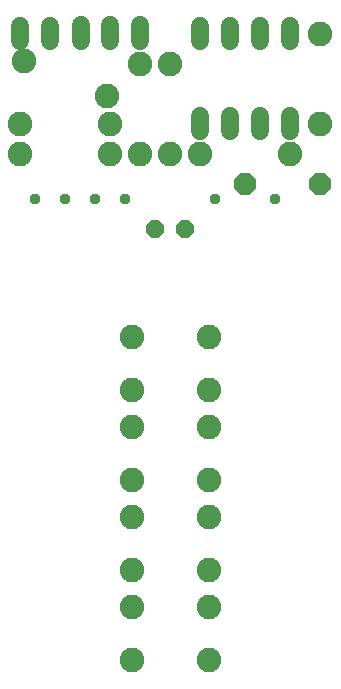
<source format=gbr>
G04 EAGLE Gerber X2 export*
%TF.Part,Single*%
%TF.FileFunction,Soldermask,Bot,1*%
%TF.FilePolarity,Negative*%
%TF.GenerationSoftware,Autodesk,EAGLE,8.7.0*%
%TF.CreationDate,2018-05-28T14:24:44Z*%
G75*
%MOMM*%
%FSLAX34Y34*%
%LPD*%
%AMOC8*
5,1,8,0,0,1.08239X$1,22.5*%
G01*
%ADD10C,1.524000*%
%ADD11C,2.082800*%
%ADD12P,1.649562X8X202.500000*%
%ADD13P,1.951982X8X22.500000*%
%ADD14C,0.959600*%


D10*
X177800Y628396D02*
X177800Y641604D01*
X203200Y641604D02*
X203200Y628396D01*
X228600Y628396D02*
X228600Y641604D01*
X254000Y641604D02*
X254000Y628396D01*
X254000Y704596D02*
X254000Y717804D01*
X228600Y717804D02*
X228600Y704596D01*
X203200Y704596D02*
X203200Y717804D01*
X177800Y717804D02*
X177800Y704596D01*
D11*
X184912Y454406D03*
X119888Y454406D03*
X184912Y409194D03*
X119888Y409194D03*
X184912Y378206D03*
X119888Y378206D03*
X184912Y332994D03*
X119888Y332994D03*
X184912Y302006D03*
X119888Y302006D03*
X184912Y256794D03*
X119888Y256794D03*
X184912Y225806D03*
X119888Y225806D03*
X184912Y180594D03*
X119888Y180594D03*
D10*
X101612Y704862D02*
X101612Y718070D01*
X76612Y718070D02*
X76612Y704862D01*
X126612Y704862D02*
X126612Y718070D01*
X50800Y717804D02*
X50800Y704596D01*
X25400Y704596D02*
X25400Y717804D01*
D11*
X152400Y609600D03*
X152400Y685800D03*
X98571Y658213D03*
X28429Y687987D03*
D12*
X165100Y546100D03*
X139700Y546100D03*
D11*
X127000Y609600D03*
X127000Y685800D03*
X25400Y635000D03*
X101600Y635000D03*
X25400Y609600D03*
X101600Y609600D03*
X279400Y711200D03*
X279400Y635000D03*
X177800Y609600D03*
X254000Y609600D03*
D13*
X279400Y584200D03*
X215900Y584200D03*
D14*
X190500Y571500D03*
X63500Y571500D03*
X88900Y571500D03*
X38100Y571500D03*
X114300Y571500D03*
X241300Y571500D03*
M02*

</source>
